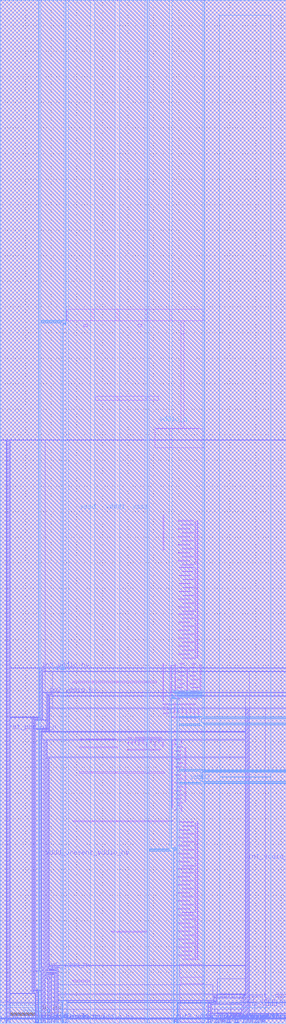
<source format=lef>
# Copyright 2020 The SkyWater PDK Authors
#
# Licensed under the Apache License, Version 2.0 (the "License");
# you may not use this file except in compliance with the License.
# You may obtain a copy of the License at
#
#     https://www.apache.org/licenses/LICENSE-2.0
#
# Unless required by applicable law or agreed to in writing, software
# distributed under the License is distributed on an "AS IS" BASIS,
# WITHOUT WARRANTIES OR CONDITIONS OF ANY KIND, either express or implied.
# See the License for the specific language governing permissions and
# limitations under the License.
#
# SPDX-License-Identifier: Apache-2.0

VERSION 5.5 ;
NAMESCASESENSITIVE ON ;
BUSBITCHARS "[]" ;
DIVIDERCHAR "/" ;

MACRO sky130_fd_io__top_pwrdetv2
  CLASS BLOCK ;
  SOURCE USER ;
  ORIGIN 0 0 ;
  SIZE 56 BY 200 ;
  SYMMETRY R90 ;

  PIN tie_lo_esd
    DIRECTION OUTPUT ;
    USE SIGNAL ;
    PORT
      LAYER met2 ;
        RECT 12.415 0 12.805 0.82 ;
    END
    PORT
      LAYER met1 ;
        RECT 12.415 0 12.805 0.82 ;
    END
    ANTENNAPARTIALMETALSIDEAREA 0.126 LAYER met1 ;
    ANTENNAPARTIALMETALSIDEAREA 3.92015 LAYER met2 ;
    ANTENNAPARTIALMETALSIDEAREA 219.312 LAYER met3 ;
    ANTENNAPARTIALCUTAREA 0.045 LAYER via ;
    ANTENNAPARTIALCUTAREA 0.16 LAYER via2 ;
  END tie_lo_esd

  PIN vddio_present_vddd_hv
    DIRECTION OUTPUT ;
    USE SIGNAL ;
    PORT
      LAYER met2 ;
        RECT 40.88 0 41.14 0.64 ;
    END
    PORT
      LAYER met1 ;
        RECT 40.88 3.96 42.2 4.22 ;
        RECT 40.88 3.79 41.14 3.86 ;
        RECT 40.88 3.86 41.21 3.93 ;
        RECT 40.88 3.93 41.28 3.96 ;
        RECT 40.88 0 41.14 3.79 ;
        RECT 41.94 4.39 42.2 5.475 ;
        RECT 41.84 4.22 42.2 4.29 ;
        RECT 41.91 4.29 42.2 4.36 ;
        RECT 41.94 4.36 42.2 4.39 ;
    END
    ANTENNADIFFAREA 1.26 LAYER met1 ;
    ANTENNADIFFAREA 1.26 LAYER met2 ;
    ANTENNADIFFAREA 1.26 LAYER met3 ;
    ANTENNADIFFAREA 1.26 LAYER met4 ;
    ANTENNADIFFAREA 1.26 LAYER met5 ;
    ANTENNAPARTIALMETALSIDEAREA 4.05679 LAYER met1 ;
    ANTENNAPARTIALMETALSIDEAREA 23.3739 LAYER met2 ;
    ANTENNAPARTIALMETALSIDEAREA 78.7443 LAYER met3 ;
    ANTENNAPARTIALCUTAREA 0.09 LAYER via ;
    ANTENNAPARTIALCUTAREA 0.16 LAYER via2 ;
  END vddio_present_vddd_hv

  PIN in1_vddio_hv
    DIRECTION INPUT ;
    USE SIGNAL ;
    PORT
      LAYER met2 ;
        RECT 48.92 0 49.18 0.64 ;
    END
    PORT
      LAYER met1 ;
        RECT 48.26 1.455 49.18 1.715 ;
        RECT 48.92 1.285 49.18 1.355 ;
        RECT 48.85 1.355 49.18 1.425 ;
        RECT 48.78 1.425 49.18 1.455 ;
        RECT 48.92 0 49.18 1.285 ;
        RECT 48.26 1.715 48.62 1.785 ;
        RECT 48.26 1.785 48.55 1.855 ;
        RECT 48.26 1.855 48.52 1.885 ;
        RECT 48.26 1.885 48.52 61.34 ;
    END
    ANTENNAGATEAREA 0.75 LAYER met1 ;
    ANTENNAPARTIALMETALSIDEAREA 42.8823 LAYER met1 ;
    ANTENNAGATEAREA 0.75 LAYER met2 ;
    ANTENNAPARTIALMETALSIDEAREA 38.5878 LAYER met2 ;
    ANTENNAGATEAREA 0.75 LAYER met3 ;
    ANTENNAGATEAREA 0.75 LAYER met4 ;
    ANTENNAGATEAREA 0.75 LAYER met5 ;
    ANTENNAPARTIALCUTAREA 0.225 LAYER via ;
  END in1_vddio_hv

  PIN out1_vddd_hv
    DIRECTION OUTPUT ;
    USE SIGNAL ;
    PORT
      LAYER met2 ;
        RECT 50.145 0 50.425 0.77 ;
    END
    PORT
      LAYER met1 ;
        RECT 50.155 0 50.415 0.64 ;
    END
    ANTENNADIFFAREA 4.2 LAYER met1 ;
    ANTENNADIFFAREA 4.2 LAYER met2 ;
    ANTENNADIFFAREA 4.2 LAYER met3 ;
    ANTENNADIFFAREA 4.2 LAYER met4 ;
    ANTENNADIFFAREA 4.2 LAYER met5 ;
    ANTENNAPARTIALMETALSIDEAREA 10.7695 LAYER met2 ;
    ANTENNAPARTIALMETALSIDEAREA 131.937 LAYER met3 ;
    ANTENNAPARTIALCUTAREA 0.045 LAYER via ;
    ANTENNAPARTIALCUTAREA 0.4 LAYER via2 ;
  END out1_vddd_hv

  PIN in2_vddd_hv
    DIRECTION INPUT ;
    USE SIGNAL ;
    PORT
      LAYER met2 ;
        RECT 47.86 0 48.12 0.64 ;
    END
    PORT
      LAYER met1 ;
        RECT 47.86 0 48.12 5.43 ;
    END
    ANTENNAGATEAREA 0.75 LAYER met1 ;
    ANTENNAPARTIALMETALSIDEAREA 3.355 LAYER met1 ;
    ANTENNAGATEAREA 0.75 LAYER met2 ;
    ANTENNAPARTIALMETALSIDEAREA 28.5119 LAYER met2 ;
    ANTENNAGATEAREA 0.75 LAYER met3 ;
    ANTENNAGATEAREA 0.75 LAYER met4 ;
    ANTENNAGATEAREA 0.75 LAYER met5 ;
    ANTENNAPARTIALCUTAREA 0.315 LAYER via ;
  END in2_vddd_hv

  PIN out2_vddio_hv
    DIRECTION OUTPUT ;
    USE SIGNAL ;
    PORT
      LAYER met2 ;
        RECT 51.305 0 51.585 0.77 ;
    END
    PORT
      LAYER met1 ;
        RECT 51.315 0 51.575 0.64 ;
    END
    ANTENNADIFFAREA 4.2 LAYER met1 ;
    ANTENNADIFFAREA 4.2 LAYER met2 ;
    ANTENNADIFFAREA 4.2 LAYER met3 ;
    ANTENNADIFFAREA 4.2 LAYER met4 ;
    ANTENNADIFFAREA 4.2 LAYER met5 ;
    ANTENNAPARTIALMETALSIDEAREA 22.1213 LAYER met2 ;
    ANTENNAPARTIALMETALSIDEAREA 85.112 LAYER met3 ;
    ANTENNAPARTIALCUTAREA 0.045 LAYER via ;
    ANTENNAPARTIALCUTAREA 0.24 LAYER via2 ;
  END out2_vddio_hv

  PIN in1_vddd_hv
    DIRECTION INPUT ;
    USE SIGNAL ;
    PORT
      LAYER met2 ;
        RECT 46.16 0 46.42 0.64 ;
    END
    PORT
      LAYER met1 ;
        RECT 46.16 1.5 47.72 1.76 ;
        RECT 46.16 1.33 46.42 1.4 ;
        RECT 46.16 1.4 46.49 1.47 ;
        RECT 46.16 1.47 46.56 1.5 ;
        RECT 46.16 0 46.42 1.33 ;
        RECT 47.36 1.76 47.72 1.83 ;
        RECT 47.43 1.83 47.72 1.9 ;
        RECT 47.46 1.9 47.72 1.93 ;
        RECT 47.46 1.93 47.72 4.76 ;
    END
    ANTENNAGATEAREA 0.75 LAYER met1 ;
    ANTENNAPARTIALMETALSIDEAREA 3.72429 LAYER met1 ;
    ANTENNAGATEAREA 0.75 LAYER met2 ;
    ANTENNAPARTIALMETALSIDEAREA 22.4286 LAYER met2 ;
    ANTENNAGATEAREA 0.75 LAYER met3 ;
    ANTENNAGATEAREA 0.75 LAYER met4 ;
    ANTENNAGATEAREA 0.75 LAYER met5 ;
    ANTENNAPARTIALCUTAREA 0.36 LAYER via ;
  END in1_vddd_hv

  PIN out1_vddio_hv
    DIRECTION OUTPUT ;
    USE SIGNAL ;
    PORT
      LAYER met2 ;
        RECT 44.58 0 44.86 0.77 ;
    END
    PORT
      LAYER met1 ;
        RECT 44.59 0 44.85 0.64 ;
    END
    ANTENNADIFFAREA 4.2 LAYER met1 ;
    ANTENNADIFFAREA 4.2 LAYER met2 ;
    ANTENNADIFFAREA 4.2 LAYER met3 ;
    ANTENNADIFFAREA 4.2 LAYER met4 ;
    ANTENNADIFFAREA 4.2 LAYER met5 ;
    ANTENNAPARTIALMETALSIDEAREA 13.699 LAYER met2 ;
    ANTENNAPARTIALMETALSIDEAREA 81.816 LAYER met3 ;
    ANTENNAPARTIALCUTAREA 0.045 LAYER via ;
    ANTENNAPARTIALCUTAREA 0.24 LAYER via2 ;
  END out1_vddio_hv

  PIN out3_vddio_hv
    DIRECTION OUTPUT ;
    USE SIGNAL ;
    PORT
      LAYER met2 ;
        RECT 34.2 0 34.48 0.77 ;
    END
    PORT
      LAYER met1 ;
        RECT 34.215 0 34.475 0.64 ;
    END
    ANTENNADIFFAREA 4.2 LAYER met1 ;
    ANTENNADIFFAREA 4.2 LAYER met2 ;
    ANTENNADIFFAREA 4.2 LAYER met3 ;
    ANTENNADIFFAREA 4.2 LAYER met4 ;
    ANTENNADIFFAREA 4.2 LAYER met5 ;
    ANTENNAPARTIALMETALSIDEAREA 7.85765 LAYER met2 ;
    ANTENNAPARTIALMETALSIDEAREA 90.08 LAYER met3 ;
    ANTENNAPARTIALCUTAREA 0.045 LAYER via ;
    ANTENNAPARTIALCUTAREA 0.24 LAYER via2 ;
  END out3_vddio_hv

  PIN in3_vddd_hv
    DIRECTION INPUT ;
    USE SIGNAL ;
    PORT
      LAYER met2 ;
        RECT 10.815 0 11.075 0.64 ;
    END
    PORT
      LAYER met1 ;
        RECT 10.435 10.825 11.075 11.085 ;
        RECT 9.065 9.98 11.075 10.24 ;
        RECT 10.815 0 11.075 9.81 ;
        RECT 10.815 9.81 11.075 9.88 ;
        RECT 10.745 9.88 11.075 9.95 ;
        RECT 10.675 9.95 11.075 9.98 ;
        RECT 10.715 10.24 11.075 10.31 ;
        RECT 10.785 10.31 11.075 10.38 ;
        RECT 10.815 10.38 11.075 10.41 ;
        RECT 10.815 10.41 11.075 10.655 ;
        RECT 10.815 10.655 11.075 10.725 ;
        RECT 10.745 10.725 11.075 10.795 ;
        RECT 10.675 10.795 11.075 10.825 ;
        RECT 9.065 10.41 9.325 51.79 ;
        RECT 9.065 10.24 9.425 10.31 ;
        RECT 9.065 10.31 9.355 10.38 ;
        RECT 9.065 10.38 9.325 10.41 ;
    END
    ANTENNAGATEAREA 0.75 LAYER met1 ;
    ANTENNAPARTIALMETALSIDEAREA 37.7481 LAYER met1 ;
    ANTENNAGATEAREA 0.75 LAYER met2 ;
    ANTENNAPARTIALMETALSIDEAREA 14.8439 LAYER met2 ;
    ANTENNAGATEAREA 0.75 LAYER met3 ;
    ANTENNAGATEAREA 0.75 LAYER met4 ;
    ANTENNAGATEAREA 0.75 LAYER met5 ;
    ANTENNAPARTIALCUTAREA 0.225 LAYER via ;
  END in3_vddd_hv

  PIN vddd_present_vddio_hv
    DIRECTION OUTPUT ;
    USE SIGNAL ;
    PORT
      LAYER met2 ;
        RECT 9.545 0 9.805 0.64 ;
    END
    PORT
      LAYER met1 ;
        RECT 8.665 9.07 9.805 9.33 ;
        RECT 9.545 0 9.805 8.9 ;
        RECT 9.545 8.9 9.805 8.97 ;
        RECT 9.475 8.97 9.805 9.04 ;
        RECT 9.405 9.04 9.805 9.07 ;
        RECT 8.665 9.33 9.025 9.4 ;
        RECT 8.665 9.4 8.955 9.47 ;
        RECT 8.665 9.47 8.925 9.5 ;
        RECT 8.665 9.5 8.925 55.215 ;
    END
    ANTENNADIFFAREA 1.26 LAYER met1 ;
    ANTENNADIFFAREA 1.26 LAYER met2 ;
    ANTENNADIFFAREA 1.26 LAYER met3 ;
    ANTENNADIFFAREA 1.26 LAYER met4 ;
    ANTENNADIFFAREA 1.26 LAYER met5 ;
    ANTENNAPARTIALMETALSIDEAREA 38.7488 LAYER met1 ;
    ANTENNAPARTIALMETALSIDEAREA 20.3983 LAYER met2 ;
    ANTENNAPARTIALCUTAREA 0.315 LAYER via ;
  END vddd_present_vddio_hv

  PIN in2_vddio_hv
    DIRECTION INPUT ;
    USE SIGNAL ;
    PORT
      LAYER met2 ;
        RECT 8.26 0 8.52 0.64 ;
    END
    PORT
      LAYER met1 ;
        RECT 7.88 10.425 8.52 10.685 ;
        RECT 7.88 57.2 9.435 57.34 ;
        RECT 9.295 64.175 9.935 64.435 ;
        RECT 8.26 0 8.52 10.255 ;
        RECT 8.26 10.255 8.52 10.325 ;
        RECT 8.19 10.325 8.52 10.395 ;
        RECT 8.12 10.395 8.52 10.425 ;
        RECT 7.88 10.685 8.12 10.755 ;
        RECT 7.88 10.755 8.05 10.825 ;
        RECT 7.88 10.825 8.02 10.855 ;
        RECT 7.88 10.855 8.02 57.03 ;
        RECT 7.88 57.03 8.02 57.1 ;
        RECT 7.88 57.1 8.09 57.17 ;
        RECT 7.88 57.17 8.16 57.2 ;
        RECT 9.195 57.34 9.435 57.41 ;
        RECT 9.265 57.41 9.435 57.48 ;
        RECT 9.295 57.48 9.435 57.51 ;
        RECT 9.295 57.51 9.435 64.005 ;
        RECT 9.295 64.005 9.435 64.075 ;
        RECT 9.295 64.075 9.505 64.145 ;
        RECT 9.295 64.145 9.575 64.175 ;
    END
    ANTENNAGATEAREA 0.75 LAYER met1 ;
    ANTENNAPARTIALMETALSIDEAREA 46.0887 LAYER met1 ;
    ANTENNAGATEAREA 0.75 LAYER met2 ;
    ANTENNAPARTIALMETALSIDEAREA 13.0516 LAYER met2 ;
    ANTENNAGATEAREA 0.75 LAYER met3 ;
    ANTENNAGATEAREA 0.75 LAYER met4 ;
    ANTENNAGATEAREA 0.75 LAYER met5 ;
    ANTENNAPARTIALCUTAREA 0.225 LAYER via ;
  END in2_vddio_hv

  PIN in3_vddio_hv
    DIRECTION INPUT ;
    USE SIGNAL ;
    PORT
      LAYER met2 ;
        RECT 7.075 0 7.335 0.64 ;
    END
    PORT
      LAYER met1 ;
        RECT 6.48 59.46 8.035 59.6 ;
        RECT 7.895 68.975 8.535 69.235 ;
        RECT 6.48 6 7.335 6.26 ;
        RECT 7.075 0 7.335 5.83 ;
        RECT 7.075 5.83 7.335 5.9 ;
        RECT 7.005 5.9 7.335 5.97 ;
        RECT 6.935 5.97 7.335 6 ;
        RECT 6.48 6.26 6.72 6.33 ;
        RECT 6.48 6.33 6.65 6.4 ;
        RECT 6.48 6.4 6.62 6.43 ;
        RECT 6.48 6.43 6.62 59.29 ;
        RECT 6.48 59.29 6.62 59.36 ;
        RECT 6.48 59.36 6.69 59.43 ;
        RECT 6.48 59.43 6.76 59.46 ;
        RECT 7.795 59.6 8.035 59.67 ;
        RECT 7.865 59.67 8.035 59.74 ;
        RECT 7.895 59.74 8.035 59.77 ;
        RECT 7.895 59.77 8.035 68.805 ;
        RECT 7.895 68.805 8.035 68.875 ;
        RECT 7.895 68.875 8.105 68.945 ;
        RECT 7.895 68.945 8.175 68.975 ;
    END
    ANTENNAGATEAREA 0.75 LAYER met1 ;
    ANTENNAPARTIALMETALSIDEAREA 49.5992 LAYER met1 ;
    ANTENNAGATEAREA 0.75 LAYER met2 ;
    ANTENNAPARTIALMETALSIDEAREA 14.9556 LAYER met2 ;
    ANTENNAGATEAREA 0.75 LAYER met3 ;
    ANTENNAGATEAREA 0.75 LAYER met4 ;
    ANTENNAGATEAREA 0.75 LAYER met5 ;
    ANTENNAPARTIALCUTAREA 0.225 LAYER via ;
  END in3_vddio_hv

  PIN out2_vddd_hv
    DIRECTION OUTPUT ;
    USE SIGNAL ;
    PORT
      LAYER met2 ;
        RECT 43.5 0 43.78 0.77 ;
    END
    PORT
      LAYER met1 ;
        RECT 43.505 0 43.765 0.64 ;
    END
    ANTENNADIFFAREA 4.2 LAYER met1 ;
    ANTENNADIFFAREA 4.2 LAYER met2 ;
    ANTENNADIFFAREA 4.2 LAYER met3 ;
    ANTENNADIFFAREA 4.2 LAYER met4 ;
    ANTENNADIFFAREA 4.2 LAYER met5 ;
    ANTENNAPARTIALMETALSIDEAREA 25.4138 LAYER met2 ;
    ANTENNAPARTIALMETALSIDEAREA 86.585 LAYER met3 ;
    ANTENNAPARTIALCUTAREA 0.045 LAYER via ;
    ANTENNAPARTIALCUTAREA 0.16 LAYER via2 ;
  END out2_vddd_hv

  PIN out3_vddd_hv
    DIRECTION OUTPUT ;
    USE SIGNAL ;
    PORT
      LAYER met2 ;
        RECT 42.335 0 42.615 0.77 ;
    END
    PORT
      LAYER met1 ;
        RECT 42.345 0 42.605 0.64 ;
    END
    ANTENNADIFFAREA 4.2 LAYER met1 ;
    ANTENNADIFFAREA 4.2 LAYER met2 ;
    ANTENNADIFFAREA 4.2 LAYER met3 ;
    ANTENNADIFFAREA 4.2 LAYER met4 ;
    ANTENNADIFFAREA 4.2 LAYER met5 ;
    ANTENNAPARTIALMETALSIDEAREA 17.5841 LAYER met2 ;
    ANTENNAPARTIALMETALSIDEAREA 84.0403 LAYER met3 ;
    ANTENNAPARTIALCUTAREA 0.045 LAYER via ;
    ANTENNAPARTIALCUTAREA 0.16 LAYER via2 ;
  END out3_vddd_hv

  PIN rst_por_hv_n
    DIRECTION INPUT ;
    USE SIGNAL ;
    PORT
      LAYER met2 ;
        RECT 1.41 0 1.67 0.64 ;
    END
    PORT
      LAYER met1 ;
        RECT 1.41 0 1.67 113.775 ;
    END
    ANTENNAGATEAREA 13 LAYER met1 ;
    ANTENNAPARTIALMETALSIDEAREA 79.1945 LAYER met1 ;
    ANTENNAGATEAREA 13 LAYER met2 ;
    ANTENNAPARTIALMETALSIDEAREA 52.6894 LAYER met2 ;
    ANTENNAGATEAREA 13 LAYER met3 ;
    ANTENNAGATEAREA 13 LAYER met4 ;
    ANTENNAGATEAREA 13 LAYER met5 ;
    ANTENNAPARTIALCUTAREA 0.4275 LAYER via ;
  END rst_por_hv_n

  PIN vssio_q
    DIRECTION INOUT ;
    USE GROUND ;
    PORT
      LAYER met3 ;
        RECT 1.41 0 7.115 3.155 ;
    END
  END vssio_q

  PIN vssd
    DIRECTION INOUT ;
    USE GROUND ;
    PORT
      LAYER met3 ;
        RECT 13.305 0 17.715 200 ;
    END
  END vssd

  PIN vddd1
    DIRECTION INOUT ;
    USE POWER ;
    PORT
      LAYER met3 ;
        RECT 18.515 0 22.515 200 ;
    END
  END vddd1

  PIN vddd2
    DIRECTION INOUT ;
    USE POWER ;
    PORT
      LAYER met3 ;
        RECT 33.665 64.965 39.54 200 ;
        RECT 35 49.635 39.59 58.11 ;
        RECT 35 0 39.59 46.715 ;
        RECT 35 63.63 39.54 63.78 ;
        RECT 34.85 63.78 39.54 63.93 ;
        RECT 34.7 63.93 39.54 64.08 ;
        RECT 34.55 64.08 39.54 64.23 ;
        RECT 34.4 64.23 39.54 64.38 ;
        RECT 34.25 64.38 39.54 64.53 ;
        RECT 34.1 64.53 39.54 64.68 ;
        RECT 33.95 64.68 39.54 64.83 ;
        RECT 33.8 64.83 39.54 64.965 ;
        RECT 35 60.055 39.54 63.63 ;
        RECT 35 59.645 39.13 59.795 ;
        RECT 35 59.795 39.28 59.945 ;
        RECT 35 59.945 39.43 60.055 ;
        RECT 35 58.57 39.13 59.645 ;
        RECT 35 58.11 39.44 58.26 ;
        RECT 35 58.26 39.29 58.41 ;
        RECT 35 58.41 39.14 58.56 ;
        RECT 35 58.56 39.13 58.57 ;
        RECT 35 49.235 39.19 49.385 ;
        RECT 35 49.385 39.34 49.535 ;
        RECT 35 49.535 39.49 49.635 ;
        RECT 35 47.115 39.19 49.235 ;
        RECT 35 46.715 39.44 46.865 ;
        RECT 35 46.865 39.29 47.015 ;
        RECT 35 47.015 39.19 47.115 ;
    END
  END vddd2

  PIN vssa
    DIRECTION INOUT ;
    USE GROUND ;
    PORT
      LAYER met3 ;
        RECT 23.315 0 28.315 200 ;
    END
  END vssa

  PIN vddio_q
    DIRECTION INOUT ;
    USE POWER ;
    PORT
      LAYER met3 ;
        RECT 29.115 0 33.625 33.58 ;
        RECT 29.115 33.58 33.475 33.73 ;
        RECT 29.115 33.73 33.325 33.88 ;
        RECT 29.115 33.88 33.175 34.03 ;
        RECT 29.115 34.03 33.115 34.09 ;
        RECT 29.115 34.09 33.115 200 ;
    END
  END vddio_q

  PIN vccd
    DIRECTION INOUT ;
    USE POWER ;
    PORT
      LAYER met3 ;
        RECT 7.915 137.425 12.505 200 ;
        RECT 7.915 136.835 11.915 136.985 ;
        RECT 7.915 136.985 12.065 137.135 ;
        RECT 7.915 137.135 12.215 137.285 ;
        RECT 7.915 137.285 12.365 137.425 ;
        RECT 7.915 0 11.915 136.835 ;
    END
  END vccd
  OBS
    LAYER met2 ;
      RECT 42.755 0 43.36 0.91 ;
      RECT 43.92 0 44.44 0.91 ;
      RECT 45 0.78 50.005 0.91 ;
      RECT 45 0 46.02 0.78 ;
      RECT 46.56 0 47.72 0.78 ;
      RECT 48.26 0 48.78 0.78 ;
      RECT 49.32 0 50.005 0.78 ;
      RECT 50.565 0 51.165 0.91 ;
      RECT 51.725 0 56 0.91 ;
      RECT 0 0 1.27 0.78 ;
      RECT 0 0.78 12.275 0.96 ;
      RECT 0 0.96 56 200 ;
      RECT 1.81 0 6.935 0.78 ;
      RECT 7.475 0 8.12 0.78 ;
      RECT 8.66 0 9.405 0.78 ;
      RECT 9.945 0 10.675 0.78 ;
      RECT 11.215 0 12.275 0.78 ;
      RECT 12.945 0 34.06 0.91 ;
      RECT 12.945 0.91 56 0.96 ;
      RECT 34.62 0 40.74 0.78 ;
      RECT 34.62 0.78 42.195 0.91 ;
      RECT 41.28 0 42.195 0.78 ;
      RECT 0 0 1.13 0.92 ;
      RECT 7.615 0 7.98 0.92 ;
      RECT 8.8 0 9.265 0.92 ;
      RECT 10.085 0 10.535 0.92 ;
      RECT 11.355 0 12.135 0.92 ;
      RECT 41.42 0 42.055 0.92 ;
      RECT 42.895 0 43.22 1.05 ;
      RECT 44.06 0 44.3 1.05 ;
      RECT 45.14 0 45.88 0.92 ;
      RECT 46.7 0 47.58 0.92 ;
      RECT 48.4 0 48.64 0.92 ;
      RECT 49.46 0 49.865 0.92 ;
      RECT 50.705 0 51.025 1.05 ;
      RECT 51.865 0 56 4.055 ;
      RECT 45.14 0.92 49.865 4.055 ;
      RECT 13.085 0 33.92 4.055 ;
      RECT 0 0.92 12.135 4.105 ;
      RECT 1.95 0 6.795 3.925 ;
      RECT 0 1.1 56 200 ;
      RECT 13.085 1.05 56 4.105 ;
      RECT 34.76 0.92 42.055 4.055 ;
      RECT 34.76 0 40.6 3.925 ;
    LAYER met1 ;
      RECT 0 113.915 56 200 ;
      RECT 1.81 69.375 56 113.915 ;
      RECT 8.675 68.835 56 69.375 ;
      RECT 8.175 68.745 56 68.835 ;
      RECT 8.175 64.575 56 68.745 ;
      RECT 10.075 64.035 56 64.575 ;
      RECT 9.575 63.945 56 64.035 ;
      RECT 9.575 61.48 56 63.945 ;
      RECT 1.81 59.83 7.755 69.375 ;
      RECT 1.81 59.74 7.755 59.83 ;
      RECT 8.175 59.32 9.155 64.575 ;
      RECT 6.76 59.23 9.155 59.32 ;
      RECT 6.76 57.57 9.155 59.23 ;
      RECT 6.76 57.48 9.155 57.57 ;
      RECT 9.575 57.06 48.12 61.48 ;
      RECT 8.16 56.97 48.12 57.06 ;
      RECT 8.16 55.355 48.12 56.97 ;
      RECT 9.065 51.93 48.12 55.355 ;
      RECT 9.465 11.225 48.12 51.93 ;
      RECT 8.16 10.915 8.525 55.355 ;
      RECT 8.25 10.825 8.525 10.915 ;
      RECT 9.465 10.685 10.295 11.225 ;
      RECT 9.465 10.595 10.585 10.685 ;
      RECT 9.465 10.47 10.675 10.595 ;
      RECT 9.555 10.38 10.675 10.47 ;
      RECT 6.76 10.285 7.74 57.48 ;
      RECT 6.76 10.195 8.03 10.285 ;
      RECT 9.065 9.75 10.585 9.84 ;
      RECT 9.065 9.56 10.675 9.75 ;
      RECT 9.155 9.47 10.675 9.56 ;
      RECT 8.66 8.84 9.315 8.93 ;
      RECT 6.76 6.49 8.12 10.195 ;
      RECT 6.85 6.4 8.12 6.49 ;
      RECT 1.81 5.86 6.34 59.74 ;
      RECT 1.81 5.77 6.845 5.86 ;
      RECT 11.215 5.615 48.12 11.225 ;
      RECT 42.34 5.57 48.12 5.615 ;
      RECT 42.34 4.9 47.72 5.57 ;
      RECT 11.215 4.45 41.8 5.615 ;
      RECT 11.215 4.36 41.8 4.45 ;
      RECT 42.34 3.82 47.32 4.9 ;
      RECT 41.28 3.73 47.32 3.82 ;
      RECT 41.28 1.99 47.32 3.73 ;
      RECT 48.66 1.945 56 61.48 ;
      RECT 41.28 1.9 47.32 1.99 ;
      RECT 48.75 1.855 56 1.945 ;
      RECT 46.56 1.27 47.72 1.36 ;
      RECT 48.26 1.225 48.69 1.315 ;
      RECT 11.215 0.96 40.74 4.36 ;
      RECT 12.945 0.78 40.74 0.96 ;
      RECT 12.945 0 34.075 0.78 ;
      RECT 41.28 0.78 46.02 1.9 ;
      RECT 49.32 0.78 56 1.855 ;
      RECT 46.56 0 47.72 1.27 ;
      RECT 48.26 0 48.78 1.225 ;
      RECT 34.615 0 40.74 0.78 ;
      RECT 41.28 0 42.205 0.78 ;
      RECT 42.745 0 43.365 0.78 ;
      RECT 43.905 0 44.45 0.78 ;
      RECT 44.99 0 46.02 0.78 ;
      RECT 49.32 0 50.015 0.78 ;
      RECT 50.555 0 51.175 0.78 ;
      RECT 51.715 0 56 0.78 ;
      RECT 0 0 1.27 113.915 ;
      RECT 9.945 0 10.675 9.47 ;
      RECT 8.66 0 9.405 8.84 ;
      RECT 7.475 0 8.12 6.4 ;
      RECT 1.81 0 6.935 5.77 ;
      RECT 11.215 0 12.275 0.96 ;
      RECT 9.715 61.62 56 63.895 ;
      RECT 10.215 61.62 56 68.695 ;
      RECT 10.215 61.62 56 68.695 ;
      RECT 48.8 1.995 56 68.695 ;
      RECT 48.8 1.995 56 68.695 ;
      RECT 48.8 1.995 56 61.62 ;
      RECT 51.855 0 56 61.62 ;
      RECT 51.855 0 56 61.62 ;
      RECT 51.855 0 56 0.92 ;
      RECT 10.085 0 10.535 9.7 ;
      RECT 8.8 0 9.265 8.79 ;
      RECT 46.7 0 47.58 1.22 ;
      RECT 48.4 0 48.64 1.175 ;
      RECT 9.605 10.52 10.155 11.365 ;
      RECT 11.355 0 12.135 1.1 ;
      RECT 41.42 0 42.065 0.92 ;
      RECT 42.885 0 43.225 0.92 ;
      RECT 44.045 0 44.31 0.92 ;
      RECT 45.13 0 45.88 0.92 ;
      RECT 46.26 1.96 46.9 2.04 ;
      RECT 49.46 0 49.875 0.92 ;
      RECT 50.695 0 51.035 0.92 ;
      RECT 0 0 1.13 114.055 ;
      RECT 1.95 5.72 6.2 59.88 ;
      RECT 6.9 57.62 9.015 59.18 ;
      RECT 6.9 10.145 7.6 57.62 ;
      RECT 6.9 6.54 7.98 10.145 ;
      RECT 7.615 0 7.98 6.54 ;
      RECT 8.3 55.495 47.98 56.92 ;
      RECT 8.315 59.18 9.015 64.715 ;
      RECT 9.205 52.07 47.98 55.495 ;
      RECT 11.355 2.75 40.6 4.5 ;
      RECT 11.355 4.5 41.66 7.505 ;
      RECT 11.355 1.1 14.36 2.75 ;
      RECT 33.935 0.92 40.6 2.75 ;
      RECT 34.755 0 40.6 0.92 ;
      RECT 41.42 0.92 42.48 2.78 ;
      RECT 41.42 2.78 47.32 3.68 ;
      RECT 42.48 3.68 47.32 5.04 ;
      RECT 42.48 5.71 47.98 8.715 ;
      RECT 42.48 5.04 47.58 5.71 ;
      RECT 49.46 0.92 52.465 1.995 ;
      RECT 0 114.055 56 200 ;
      RECT 42.48 0.92 45.88 2.04 ;
      RECT 8.315 64.715 56 68.695 ;
      RECT 8.815 64.715 56 114.055 ;
      RECT 8.815 68.695 56 69.515 ;
      RECT 10.215 63.895 56 64.715 ;
      RECT 1.95 59.88 7.615 114.055 ;
      RECT 1.95 69.515 56 114.055 ;
      RECT 1.95 59.88 7.615 69.515 ;
      RECT 1.95 0 6.795 5.72 ;
      RECT 9.715 56.92 47.98 63.895 ;
      RECT 9.715 56.92 47.98 63.895 ;
      RECT 13.085 0 33.935 0.92 ;
      RECT 13.085 0 33.935 4.5 ;
      RECT 13.085 0 33.935 4.5 ;
      RECT 13.085 0 33.935 4.5 ;
      RECT 9.605 11.365 47.98 52.07 ;
      RECT 11.355 5.755 47.98 11.365 ;
      RECT 42.48 2.04 47.18 2.78 ;
    LAYER li1 ;
      RECT 33.35 63.08 33.52 63.75 ;
      RECT 35.825 59.725 38.665 59.895 ;
      RECT 38.325 63.27 38.495 64.145 ;
      RECT 37.495 63.45 38.025 63.62 ;
      RECT 31.985 60.475 32.89 60.645 ;
      RECT 31.96 61.325 32.13 61.855 ;
      RECT 31.82 62.28 38.235 62.45 ;
      RECT 33.36 60.665 33.53 61.495 ;
      RECT 37.16 60.665 37.33 61.795 ;
      RECT 36.38 60.365 36.55 61.495 ;
      RECT 34.82 60.665 34.99 61.495 ;
      RECT 37.94 60.365 38.11 61.495 ;
      RECT 38.72 60.365 38.89 61.495 ;
      RECT 32.71 61.325 32.88 61.855 ;
      RECT 33.99 60.665 34.16 61.795 ;
      RECT 35.6 60.665 35.77 61.795 ;
      RECT 34.165 68.095 34.335 70.155 ;
      RECT 34.165 64.975 34.335 67.815 ;
      RECT 35.565 64.2 36.095 64.37 ;
      RECT 34.795 68.65 36.095 68.82 ;
      RECT 34.685 67.09 35.645 67.26 ;
      RECT 35.135 69.43 36.015 69.6 ;
      RECT 34.685 65.53 35.645 65.7 ;
      RECT 35.135 64.75 36.035 64.92 ;
      RECT 35.135 66.31 36.035 66.48 ;
      RECT 35.135 67.87 36.015 68.04 ;
      RECT 33.35 64.03 33.52 66.87 ;
      RECT 33.35 67.15 33.52 69.99 ;
      RECT 39.075 68.095 39.245 70.155 ;
      RECT 39.075 64.975 39.245 67.815 ;
      RECT 37.525 65.53 38.715 65.7 ;
      RECT 37.115 66.31 38.315 66.48 ;
      RECT 37.535 67.09 38.715 67.26 ;
      RECT 37.605 68.65 38.315 68.82 ;
      RECT 37.65 70.21 38.315 70.38 ;
      RECT 37.115 67.87 38.315 68.04 ;
      RECT 37.115 69.43 38.315 69.6 ;
      RECT 37.115 64.2 37.645 64.37 ;
      RECT 35.135 70.21 36.095 70.38 ;
      RECT 37.195 64.75 38.605 64.92 ;
      RECT 38.12 71.335 38.29 72.01 ;
      RECT 34.86 75.185 37.18 75.355 ;
      RECT 35.72 75.965 37.82 76.135 ;
      RECT 38.12 72.29 38.29 78.25 ;
      RECT 35.72 71.285 37.82 71.455 ;
      RECT 34.86 72.065 37.18 72.235 ;
      RECT 35.72 72.845 37.82 73.015 ;
      RECT 34.86 73.625 37.18 73.795 ;
      RECT 35.72 74.405 37.82 74.575 ;
      RECT 38.12 90.55 38.29 96.51 ;
      RECT 38.12 96.79 38.29 98.07 ;
      RECT 38.12 89.595 38.29 90.27 ;
      RECT 31.865 96.585 32.035 99.425 ;
      RECT 31.865 93.465 32.035 96.305 ;
      RECT 31.865 92.515 32.035 93.185 ;
      RECT 38.12 87.66 38.29 88.94 ;
      RECT 35.58 79.085 37.68 79.255 ;
      RECT 35.72 77.525 37.82 77.695 ;
      RECT 34.86 79.865 37.82 80.035 ;
      RECT 38.12 81.42 38.29 87.38 ;
      RECT 35.72 80.415 37.82 80.585 ;
      RECT 34.86 81.195 37.18 81.365 ;
      RECT 35.72 81.975 37.82 82.145 ;
      RECT 34.86 82.755 37.18 82.925 ;
      RECT 35.72 83.535 37.82 83.705 ;
      RECT 34.86 84.315 37.18 84.485 ;
      RECT 35.72 85.095 37.82 85.265 ;
      RECT 35.58 88.215 37.68 88.385 ;
      RECT 35.72 86.655 37.82 86.825 ;
      RECT 34.86 88.995 37.82 89.165 ;
      RECT 35.72 89.545 37.82 89.715 ;
      RECT 34.86 90.325 37.18 90.495 ;
      RECT 35.72 91.105 37.82 91.275 ;
      RECT 34.86 91.885 37.18 92.055 ;
      RECT 35.72 92.665 37.82 92.835 ;
      RECT 34.86 93.445 37.18 93.615 ;
      RECT 35.72 94.225 37.82 94.395 ;
      RECT 35.58 97.345 37.82 97.515 ;
      RECT 35.72 95.785 37.82 95.955 ;
      RECT 38.12 78.53 38.29 79.81 ;
      RECT 38.12 80.46 38.29 81.14 ;
      RECT 34.86 87.435 37.18 87.605 ;
      RECT 34.86 78.305 37.18 78.475 ;
      RECT 34.86 96.565 37.18 96.735 ;
      RECT 34.86 95.005 37.18 95.175 ;
      RECT 34.86 85.875 37.18 86.045 ;
      RECT 34.86 76.745 37.18 76.915 ;
      RECT 34.86 98.125 37.82 98.295 ;
      RECT 18.66 121.735 30.96 122.585 ;
      RECT 16.34 136.12 17.11 136.65 ;
      RECT 26.975 136.115 27.72 136.645 ;
      RECT 38.58 71.23 38.75 98.33 ;
      RECT 38.58 12.385 38.75 39.465 ;
      RECT 12.95 137.325 40.01 139.535 ;
      RECT 30.275 112.49 40.01 116.23 ;
      RECT 35.415 134.77 35.925 137.325 ;
      RECT 30.28 116.23 38.84 116.28 ;
      RECT 35.37 116.28 35.96 134.77 ;
      RECT 14.215 8.11 17.53 8.44 ;
      RECT 35.72 12.42 37.82 12.59 ;
      RECT 38.12 13.085 38.29 13.145 ;
      RECT 38.125 12.445 38.295 12.475 ;
      RECT 38.12 12.475 38.295 13.085 ;
      RECT 38.12 13.425 38.29 19.385 ;
      RECT 34.86 13.2 37.18 13.37 ;
      RECT 35.22 11.55 39.63 11.58 ;
      RECT 35.22 0.2 40.01 7.725 ;
      RECT 35.22 9 40.01 11.55 ;
      RECT 35.355 7.725 40.01 9 ;
      RECT 38.12 19.665 38.29 20.945 ;
      RECT 38.12 21.6 38.29 22.275 ;
      RECT 38.12 28.795 38.29 30.075 ;
      RECT 38.12 31.685 38.29 37.645 ;
      RECT 38.12 30.73 38.29 31.405 ;
      RECT 22.765 17.785 25.605 17.955 ;
      RECT 21.815 17.785 22.485 17.955 ;
      RECT 25.885 17.785 28.725 17.955 ;
      RECT 38.12 22.555 38.29 28.515 ;
      RECT 34.86 34.58 37.18 34.75 ;
      RECT 35.72 33.8 37.82 33.97 ;
      RECT 34.86 33.02 37.18 33.19 ;
      RECT 35.72 32.24 37.82 32.41 ;
      RECT 34.86 31.46 37.18 31.63 ;
      RECT 35.72 30.68 37.82 30.85 ;
      RECT 34.86 30.13 37.82 30.3 ;
      RECT 35.72 27.79 37.82 27.96 ;
      RECT 35.72 29.35 37.82 29.52 ;
      RECT 34.86 25.45 37.18 25.62 ;
      RECT 35.72 24.67 37.82 24.84 ;
      RECT 35.72 26.23 37.82 26.4 ;
      RECT 34.86 23.89 37.18 24.06 ;
      RECT 35.72 23.11 37.82 23.28 ;
      RECT 34.86 22.33 37.18 22.5 ;
      RECT 35.72 21.55 37.82 21.72 ;
      RECT 35.72 20.22 37.82 20.39 ;
      RECT 35.72 18.66 37.82 18.83 ;
      RECT 34.86 14.76 37.18 14.93 ;
      RECT 34.86 16.32 37.18 16.49 ;
      RECT 35.72 15.54 37.82 15.71 ;
      RECT 34.86 17.88 37.18 18.05 ;
      RECT 34.86 19.44 37.18 19.61 ;
      RECT 34.86 21 37.82 21.17 ;
      RECT 35.72 13.98 37.54 14.15 ;
      RECT 35.72 17.1 37.82 17.27 ;
      RECT 34.86 28.57 37.18 28.74 ;
      RECT 34.86 27.01 37.18 27.18 ;
      RECT 15.72 55.42 16.39 55.59 ;
      RECT 16.67 55.42 19.51 55.59 ;
      RECT 15.575 53.89 22.96 54.06 ;
      RECT 15.525 48.845 32.195 49.135 ;
      RECT 14.21 39.4 33.72 39.63 ;
      RECT 38.12 37.925 38.29 39.205 ;
      RECT 24.94 53.4 31.27 53.57 ;
      RECT 19.79 55.42 22.63 55.59 ;
      RECT 34.86 39.26 37.82 39.43 ;
      RECT 35.72 36.92 37.82 37.09 ;
      RECT 35.72 38.48 37.82 38.65 ;
      RECT 35.72 35.36 37.82 35.53 ;
      RECT 34.18 54.46 34.71 54.63 ;
      RECT 34.18 50.01 35.37 50.18 ;
      RECT 34.18 51.57 35.37 51.74 ;
      RECT 34.62 49.23 35.78 49.4 ;
      RECT 34.605 50.79 35.78 50.96 ;
      RECT 34.61 52.35 35.37 52.52 ;
      RECT 34.18 53.13 35.37 53.3 ;
      RECT 34.615 53.92 35.78 54.09 ;
      RECT 28.86 55.69 31.7 55.86 ;
      RECT 26.52 55.69 28.58 55.86 ;
      RECT 25.02 55.69 25.69 55.86 ;
      RECT 26.36 54.68 26.53 55.25 ;
      RECT 27.075 54.37 27.245 55.39 ;
      RECT 27.855 54.68 28.025 55.39 ;
      RECT 29.415 54.82 29.585 55.39 ;
      RECT 30.975 54.82 31.145 55.39 ;
      RECT 28.635 53.99 28.805 55.01 ;
      RECT 30.195 53.985 30.365 55.01 ;
      RECT 25.745 54.48 25.915 55.01 ;
      RECT 24.995 54.48 25.165 55.01 ;
      RECT 36.14 51.795 36.31 53.855 ;
      RECT 31.755 54.08 31.925 55.01 ;
      RECT 34.86 37.7 37.18 37.87 ;
      RECT 34.86 36.14 37.18 36.31 ;
      RECT 35.39 41.465 35.56 42.385 ;
      RECT 34.18 43.77 35.37 43.94 ;
      RECT 34.18 41.66 34.71 41.83 ;
      RECT 34.18 48.45 35.37 48.62 ;
      RECT 34.18 46.89 35.37 47.06 ;
      RECT 34.62 44.55 35.78 44.72 ;
      RECT 34.62 42.99 35.78 43.16 ;
      RECT 34.555 42.44 35.085 42.61 ;
      RECT 36.14 45.555 36.31 48.395 ;
      RECT 36.14 43.22 36.31 45.275 ;
      RECT 34.62 47.67 35.78 47.84 ;
      RECT 34.62 46.11 35.78 46.28 ;
      RECT 33.585 42.185 33.755 55.305 ;
      RECT 34.18 45.33 35.37 45.5 ;
      RECT 36.14 48.675 36.31 51.515 ;
      RECT 35.39 54.685 35.56 55.355 ;
      RECT 34.18 55.21 34.71 55.38 ;
      RECT 14.145 66.575 30.57 66.855 ;
      RECT 31.82 62.935 31.99 70.32 ;
      RECT 36.52 63.395 36.69 69.725 ;
      RECT 34.715 63.24 34.885 64.145 ;
      RECT 35.115 63.45 35.645 63.62 ;
      RECT 33.485 59.725 35.545 59.895 ;
    LAYER met3 ;
      RECT 0 3.555 7.615 200 ;
      RECT 7.515 0 7.615 3.555 ;
      RECT 12.215 136.71 12.905 137.3 ;
      RECT 12.215 0 12.905 136.71 ;
      RECT 12.805 137.3 12.905 200 ;
      RECT 28.715 0 28.815 200 ;
      RECT 33.415 34.215 34.7 63.505 ;
      RECT 33.925 33.705 34.7 34.215 ;
      RECT 33.925 0 34.7 33.705 ;
      RECT 39.43 59.52 56 59.93 ;
      RECT 39.43 58.695 56 59.52 ;
      RECT 39.89 58.235 56 58.695 ;
      RECT 39.49 49.11 56 49.51 ;
      RECT 39.49 47.24 56 49.11 ;
      RECT 39.89 46.84 56 47.24 ;
      RECT 39.84 59.93 56 200 ;
      RECT 39.89 49.51 56 58.235 ;
      RECT 39.89 0 56 46.84 ;
      RECT 39.53 58.735 39.94 59.48 ;
      RECT 39.59 47.28 39.99 49.07 ;
      RECT 42.99 3.0 53.0 48.125 ;
      RECT 39.94 58.275 56 200 ;
      RECT 39.99 0 56 200 ;
      RECT 39.99 0 56 200 ;
      RECT 42.94 59.57 53.0 197.0 ;
      RECT 42.99 48.225 53.0 59.52 ;
      RECT 39.99 58.275 56 58.425 ;
      RECT 39.84 58.425 56 58.575 ;
      RECT 39.69 58.575 56 58.725 ;
      RECT 39.54 58.725 56 58.735 ;
      RECT 39.68 59.48 56 59.63 ;
      RECT 39.83 59.63 56 59.78 ;
      RECT 39.94 59.78 56 59.89 ;
      RECT 39.99 46.88 56 47.03 ;
      RECT 39.84 47.03 56 47.18 ;
      RECT 39.69 47.18 56 47.28 ;
      RECT 39.74 49.07 56 49.22 ;
      RECT 39.89 49.22 56 49.37 ;
      RECT 39.99 49.37 56 49.47 ;
      RECT 42.99 59.52 53.0 59.545 ;
      RECT 42.965 59.545 53.0 59.57 ;
      RECT 42.965 48.175 53.0 48.2 ;
      RECT 42.99 48.2 53.0 48.225 ;
      RECT 42.99 48.125 53.0 48.15 ;
      RECT 42.965 48.15 53.0 48.175 ;
      RECT 42.965 48.175 53.0 48.2 ;
      RECT 42.99 48.2 53.0 48.225 ;
      RECT 42.99 48.125 53.0 48.15 ;
      RECT 42.965 48.15 53.0 48.175 ;
      RECT 42.99 59.52 53.0 59.545 ;
      RECT 42.965 59.545 53.0 59.57 ;
      RECT 0 0 1.01 3.555 ;
      RECT 0 3.555 7.515 200 ;
      RECT 12.315 0 12.905 136.67 ;
      RECT 12.465 136.67 12.905 136.82 ;
      RECT 12.615 136.82 12.905 136.97 ;
      RECT 12.765 136.97 12.905 137.12 ;
      RECT 33.515 34.255 34.6 63.465 ;
      RECT 34.025 0 34.6 33.745 ;
      RECT 33.515 63.465 34.45 63.615 ;
      RECT 33.515 63.615 34.3 63.765 ;
      RECT 33.515 63.765 34.15 63.915 ;
      RECT 33.515 63.915 34.0 64.065 ;
      RECT 33.515 64.065 33.85 64.215 ;
      RECT 33.515 64.215 33.7 64.365 ;
      RECT 33.515 64.365 33.55 64.515 ;
      RECT 34.025 33.745 34.6 33.895 ;
      RECT 33.875 33.895 34.6 34.045 ;
      RECT 33.725 34.045 34.6 34.195 ;
      RECT 33.575 34.195 34.6 34.255 ;
  END
END sky130_fd_io__top_pwrdetv2


END LIBRARY

</source>
